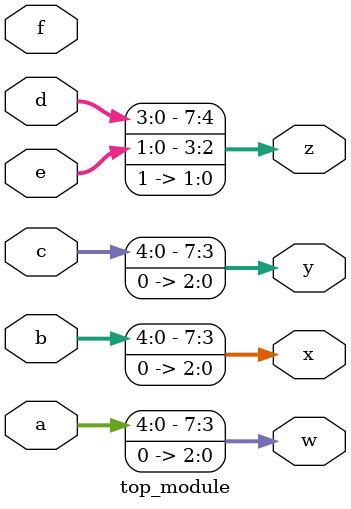
<source format=sv>
module top_module (
    input [4:0] a,
    input [4:0] b,
    input [4:0] c,
    input [4:0] d,
    input [4:0] e,
    input [4:0] f,
    output [7:0] w,
    output [7:0] x,
    output [7:0] y,
    output [7:0] z
);

    // Concatenate the inputs and assign to outputs
    assign w = {a, 3'b000};
    assign x = {b, 3'b000};
    assign y = {c, 3'b000};
    assign z = {d[4:0], e[1:0], 2'b11};

endmodule

</source>
